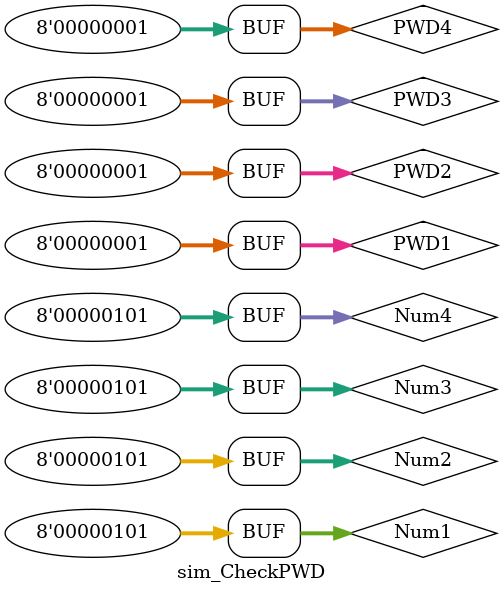
<source format=v>
`timescale 1ns / 1ps


module sim_CheckPWD(

    );
    reg [7:0]Num1;
    reg [7:0]Num2;
    reg [7:0]Num3;
    reg [7:0]Num4;
    reg [7:0]PWD1;
    reg [7:0]PWD2;
    reg [7:0]PWD3;
    reg [7:0]PWD4;
    wire CheckRes;
    initial
    begin
        Num1 = 0;
        Num2 = 0;
        Num3 = 0;
        Num4 = 0;
        PWD1 = 1;
        PWD2 = 1;
        PWD3 = 1;
        PWD4 = 1;
    end
    CheckPWD CPWD(Num1, Num2, Num3, Num4, PWD1, PWD2, PWD3, PWD4, CheckRes);
    always #100
    begin
        Num1 <= 1;
        Num2 <= 1;
        Num3 <= 1;
        Num4 <= 1;
        #100
        Num1 <= 5;
        Num2 <= 5;
        Num3 <= 5;
        Num4 <= 5;
    end
endmodule

</source>
